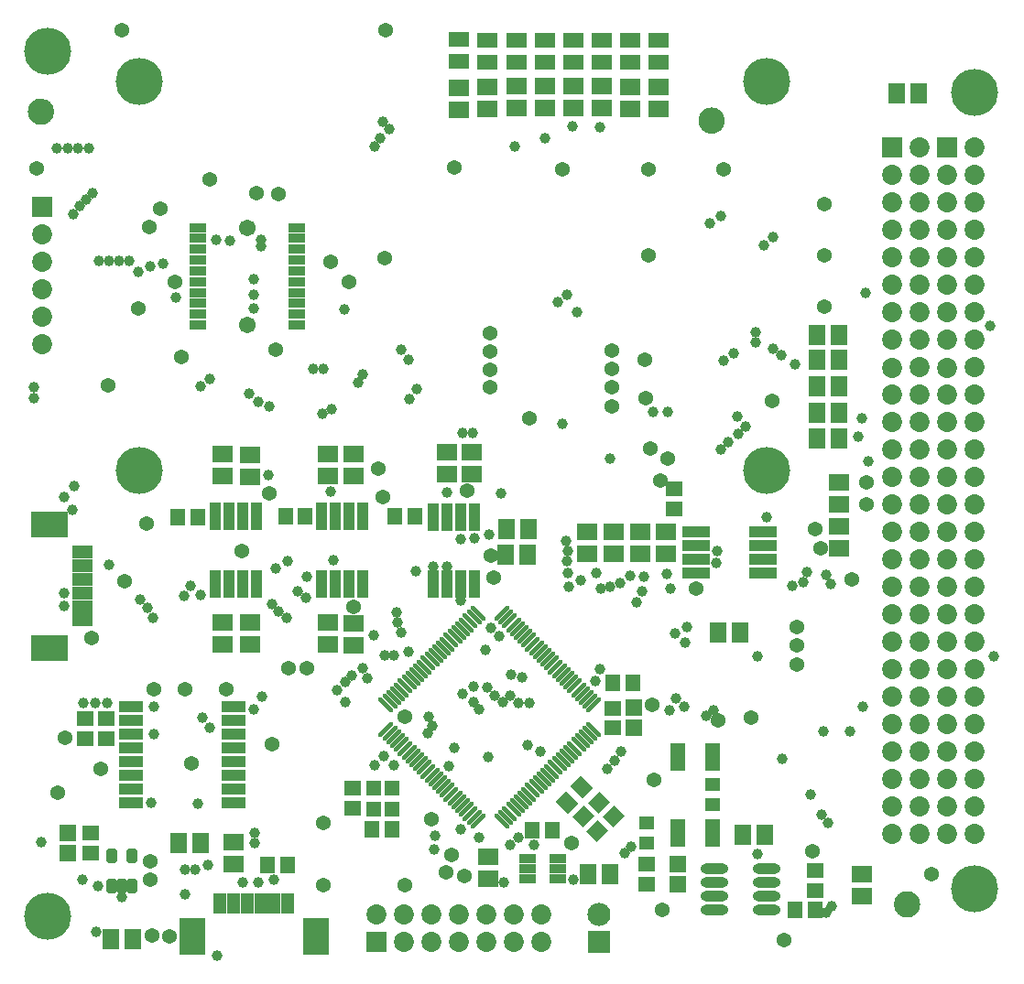
<source format=gts>
G04*
G04 #@! TF.GenerationSoftware,Altium Limited,Altium Designer,18.1.7 (191)*
G04*
G04 Layer_Color=8388736*
%FSLAX44Y44*%
%MOMM*%
G71*
G01*
G75*
%ADD10C,0.2540*%
%ADD47R,1.8796X1.5556*%
%ADD48C,1.1684*%
G04:AMPARAMS|DCode=49|XSize=0.4016mm|YSize=1.8516mm|CornerRadius=0mm|HoleSize=0mm|Usage=FLASHONLY|Rotation=135.000|XOffset=0mm|YOffset=0mm|HoleType=Round|Shape=Round|*
%AMOVALD49*
21,1,1.4500,0.4016,0.0000,0.0000,225.0*
1,1,0.4016,0.5127,0.5127*
1,1,0.4016,-0.5127,-0.5127*
%
%ADD49OVALD49*%

%ADD50R,1.5556X1.8796*%
%ADD51R,1.6156X0.9656*%
%ADD52R,1.5556X1.5556*%
%ADD53R,1.5556X1.4056*%
%ADD54R,1.4056X1.5556*%
%ADD55R,1.4556X2.5556*%
%ADD56R,1.4056X1.1556*%
%ADD57O,2.5556X0.9556*%
G04:AMPARAMS|DCode=58|XSize=1.3556mm|YSize=1.6556mm|CornerRadius=0mm|HoleSize=0mm|Usage=FLASHONLY|Rotation=45.000|XOffset=0mm|YOffset=0mm|HoleType=Round|Shape=Rectangle|*
%AMROTATEDRECTD58*
4,1,4,0.1061,-1.0646,-1.0646,0.1061,-0.1061,1.0646,1.0646,-0.1061,0.1061,-1.0646,0.0*
%
%ADD58ROTATEDRECTD58*%

%ADD59R,1.6256X0.8636*%
G04:AMPARAMS|DCode=60|XSize=1.4056mm|YSize=1.5556mm|CornerRadius=0mm|HoleSize=0mm|Usage=FLASHONLY|Rotation=135.000|XOffset=0mm|YOffset=0mm|HoleType=Round|Shape=Rectangle|*
%AMROTATEDRECTD60*
4,1,4,1.0469,0.0530,-0.0530,-1.0469,-1.0469,-0.0530,0.0530,1.0469,1.0469,0.0530,0.0*
%
%ADD60ROTATEDRECTD60*%

G04:AMPARAMS|DCode=61|XSize=0.9556mm|YSize=1.3556mm|CornerRadius=0.2288mm|HoleSize=0mm|Usage=FLASHONLY|Rotation=180.000|XOffset=0mm|YOffset=0mm|HoleType=Round|Shape=RoundedRectangle|*
%AMROUNDEDRECTD61*
21,1,0.9556,0.8980,0,0,180.0*
21,1,0.4980,1.3556,0,0,180.0*
1,1,0.4576,-0.2490,0.4490*
1,1,0.4576,0.2490,0.4490*
1,1,0.4576,0.2490,-0.4490*
1,1,0.4576,-0.2490,-0.4490*
%
%ADD61ROUNDEDRECTD61*%
%ADD62R,2.3556X3.3556*%
%ADD63R,1.1556X1.9556*%
%ADD64R,2.2806X1.0556*%
%ADD65R,1.0556X2.5556*%
G04:AMPARAMS|DCode=66|XSize=0.4016mm|YSize=1.8516mm|CornerRadius=0mm|HoleSize=0mm|Usage=FLASHONLY|Rotation=225.000|XOffset=0mm|YOffset=0mm|HoleType=Round|Shape=Round|*
%AMOVALD66*
21,1,1.4500,0.4016,0.0000,0.0000,315.0*
1,1,0.4016,-0.5127,0.5127*
1,1,0.4016,0.5127,-0.5127*
%
%ADD66OVALD66*%

%ADD67R,2.5556X1.0556*%
%ADD68R,1.8796X1.3716*%
%ADD69R,1.3556X1.3556*%
%ADD70R,1.9556X1.1556*%
%ADD71R,3.3556X2.3556*%
%ADD72C,1.3716*%
%ADD73R,1.8556X1.8556*%
%ADD74C,1.8556*%
%ADD75R,1.8556X1.8556*%
%ADD76C,1.5456*%
%ADD77R,2.1336X2.1336*%
%ADD78C,2.1336*%
%ADD79C,4.3556*%
%ADD80C,0.9906*%
G36*
X697124Y1604376D02*
X700172Y1612250D01*
X697124Y1620378D01*
X689250Y1623172D01*
X681884Y1620378D01*
X678328Y1612250D01*
X681376Y1604376D01*
X689250Y1601328D01*
X697124Y1604376D01*
D02*
G37*
G36*
X1482126Y871126D02*
X1490000Y868078D01*
X1498128Y871126D01*
X1500922Y879000D01*
X1498128Y886366D01*
X1490000Y889922D01*
X1482126Y886874D01*
X1479078Y879000D01*
X1482126Y871126D01*
D02*
G37*
G36*
X1301376Y1596126D02*
X1309250Y1593078D01*
X1317378Y1596126D01*
X1320172Y1604000D01*
X1317378Y1611366D01*
X1309250Y1614922D01*
X1301376Y1611874D01*
X1298328Y1604000D01*
X1301376Y1596126D01*
D02*
G37*
D10*
X1500925Y879000D02*
G03*
X1500925Y879000I-10925J0D01*
G01*
X700175Y1612250D02*
G03*
X700175Y1612250I-10925J0D01*
G01*
X1320175Y1604000D02*
G03*
X1320175Y1604000I-10925J0D01*
G01*
D47*
X1426971Y1208110D02*
D03*
Y1228430D02*
D03*
X882661Y1274240D02*
D03*
Y1294560D02*
D03*
X857261Y1274840D02*
D03*
Y1295160D02*
D03*
X954469Y1275140D02*
D03*
Y1295460D02*
D03*
X978564Y1275140D02*
D03*
Y1295460D02*
D03*
X1087169Y1277340D02*
D03*
Y1297660D02*
D03*
X1064469Y1277340D02*
D03*
Y1297660D02*
D03*
X1448000Y907160D02*
D03*
Y886840D02*
D03*
X1102750Y902840D02*
D03*
Y923160D02*
D03*
X867500Y916290D02*
D03*
Y936610D02*
D03*
X978564Y1138912D02*
D03*
Y1118592D02*
D03*
X954469Y1139910D02*
D03*
Y1119590D02*
D03*
X882661Y1139546D02*
D03*
Y1119226D02*
D03*
X857261Y1139546D02*
D03*
Y1119226D02*
D03*
X1267038Y1203090D02*
D03*
Y1223410D02*
D03*
X1243278Y1203090D02*
D03*
Y1223410D02*
D03*
X1218529Y1203090D02*
D03*
Y1223410D02*
D03*
X1193780Y1203090D02*
D03*
Y1223410D02*
D03*
X1426971Y1269430D02*
D03*
Y1249110D02*
D03*
X1260000Y1615105D02*
D03*
Y1635425D02*
D03*
X1233714Y1615105D02*
D03*
Y1635425D02*
D03*
X1207429Y1615315D02*
D03*
Y1635635D02*
D03*
X1181143Y1615315D02*
D03*
Y1635635D02*
D03*
X1154857Y1615315D02*
D03*
Y1635635D02*
D03*
X1128571Y1615315D02*
D03*
Y1635635D02*
D03*
X1102000Y1635216D02*
D03*
Y1614896D02*
D03*
X1075600Y1634385D02*
D03*
Y1614065D02*
D03*
D48*
X1490000Y879000D02*
D03*
X689250Y1612250D02*
D03*
X1309250Y1604000D02*
D03*
D49*
X1036614Y1012733D02*
D03*
X1040149Y1009197D02*
D03*
X1200309Y1063291D02*
D03*
X1196773Y1066826D02*
D03*
X1193238Y1070362D02*
D03*
X1189702Y1073897D02*
D03*
X1186167Y1077433D02*
D03*
X1182631Y1080969D02*
D03*
X1179096Y1084504D02*
D03*
X1175560Y1088040D02*
D03*
X1172025Y1091575D02*
D03*
X1168489Y1095111D02*
D03*
X1164954Y1098646D02*
D03*
X1161418Y1102182D02*
D03*
X1157883Y1105717D02*
D03*
X1154347Y1109253D02*
D03*
X1150811Y1112788D02*
D03*
X1147276Y1116324D02*
D03*
X1143740Y1119859D02*
D03*
X1140205Y1123395D02*
D03*
X1136669Y1126930D02*
D03*
X1133134Y1130466D02*
D03*
X1129598Y1134002D02*
D03*
X1126063Y1137537D02*
D03*
X1122527Y1141073D02*
D03*
X1118992Y1144608D02*
D03*
X1115456Y1148144D02*
D03*
X1008329Y1041017D02*
D03*
X1011865Y1037482D02*
D03*
X1015400Y1033946D02*
D03*
X1018936Y1030411D02*
D03*
X1022471Y1026875D02*
D03*
X1026007Y1023339D02*
D03*
X1029543Y1019804D02*
D03*
X1033078Y1016268D02*
D03*
X1043685Y1005662D02*
D03*
X1047220Y1002126D02*
D03*
X1050756Y998591D02*
D03*
X1054291Y995055D02*
D03*
X1057827Y991520D02*
D03*
X1061362Y987984D02*
D03*
X1064898Y984449D02*
D03*
X1068434Y980913D02*
D03*
X1071969Y977377D02*
D03*
X1075505Y973842D02*
D03*
X1079040Y970306D02*
D03*
X1082576Y966771D02*
D03*
X1086111Y963235D02*
D03*
X1089647Y959700D02*
D03*
X1093182Y956164D02*
D03*
D50*
X1500910Y1629000D02*
D03*
X1480590D02*
D03*
X1215160Y907050D02*
D03*
X1194840D02*
D03*
X753840Y847000D02*
D03*
X774160D02*
D03*
X816840Y935750D02*
D03*
X837160D02*
D03*
X1119552Y1225930D02*
D03*
X1139872D02*
D03*
X1119111Y1202430D02*
D03*
X1139431D02*
D03*
X1314834Y1130750D02*
D03*
X1335154D02*
D03*
X1427410Y1310000D02*
D03*
X1407090D02*
D03*
X1427160Y1333800D02*
D03*
X1406840D02*
D03*
X1427410Y1358000D02*
D03*
X1407090D02*
D03*
X1427410Y1383000D02*
D03*
X1407090D02*
D03*
X1427410Y1406000D02*
D03*
X1407090D02*
D03*
X1358160Y943000D02*
D03*
X1337840D02*
D03*
D51*
X925900Y1505000D02*
D03*
X834100D02*
D03*
X925900Y1495000D02*
D03*
X834100D02*
D03*
X925900Y1485000D02*
D03*
X834100D02*
D03*
X925900Y1475000D02*
D03*
X834100D02*
D03*
X925900Y1465000D02*
D03*
X834100D02*
D03*
X925900Y1455000D02*
D03*
X834100D02*
D03*
X925900Y1445000D02*
D03*
X834100D02*
D03*
X925900Y1435000D02*
D03*
X834100D02*
D03*
X925900Y1425000D02*
D03*
X834100D02*
D03*
X925900Y1415000D02*
D03*
X834100D02*
D03*
D52*
X1237000Y1042100D02*
D03*
Y1060700D02*
D03*
X1278000Y897700D02*
D03*
Y916300D02*
D03*
X714000Y926450D02*
D03*
Y945050D02*
D03*
D53*
X1218000Y1060560D02*
D03*
Y1042060D02*
D03*
X1405250Y891690D02*
D03*
Y910190D02*
D03*
X1249000Y916300D02*
D03*
Y897800D02*
D03*
X977500Y968000D02*
D03*
Y986500D02*
D03*
X735000Y945000D02*
D03*
Y926500D02*
D03*
X749750Y1032469D02*
D03*
Y1050969D02*
D03*
X730410Y1032469D02*
D03*
Y1050969D02*
D03*
X1275000Y1263250D02*
D03*
Y1244750D02*
D03*
D54*
X1217750Y1084000D02*
D03*
X1236250D02*
D03*
X1405250Y874000D02*
D03*
X1386750D02*
D03*
X1162250Y948000D02*
D03*
X1143750D02*
D03*
X995473Y948606D02*
D03*
X1013973D02*
D03*
X917250Y915840D02*
D03*
X898750D02*
D03*
X815750Y1237350D02*
D03*
X834250D02*
D03*
X915219Y1237800D02*
D03*
X933719D02*
D03*
X1016757D02*
D03*
X1035257D02*
D03*
D55*
X1278000Y1015000D02*
D03*
X1310000D02*
D03*
X1278000Y945000D02*
D03*
X1310000D02*
D03*
D56*
Y971663D02*
D03*
Y990163D02*
D03*
X1249000Y935750D02*
D03*
Y954250D02*
D03*
D57*
X1312000Y912050D02*
D03*
Y899350D02*
D03*
Y886650D02*
D03*
Y873950D02*
D03*
X1360000Y912050D02*
D03*
Y899350D02*
D03*
Y886650D02*
D03*
Y873950D02*
D03*
D58*
X1189458Y987262D02*
D03*
X1175316Y973120D02*
D03*
D59*
X1139347Y912050D02*
D03*
X1167347Y921550D02*
D03*
Y902550D02*
D03*
Y912050D02*
D03*
X1139347Y902550D02*
D03*
Y921550D02*
D03*
D60*
X1190542Y959921D02*
D03*
X1203623Y946840D02*
D03*
X1205233Y973157D02*
D03*
X1218314Y960075D02*
D03*
D61*
X754500Y923500D02*
D03*
X773500D02*
D03*
Y896000D02*
D03*
X764000D02*
D03*
X754500D02*
D03*
D62*
X943500Y849000D02*
D03*
X829000D02*
D03*
D63*
X867500Y880000D02*
D03*
X892500D02*
D03*
X917500D02*
D03*
X855000D02*
D03*
X880000D02*
D03*
X905000D02*
D03*
D64*
X867120Y1062180D02*
D03*
Y1049480D02*
D03*
Y1036780D02*
D03*
Y1024080D02*
D03*
Y1011380D02*
D03*
Y998680D02*
D03*
Y985980D02*
D03*
Y973280D02*
D03*
X772880D02*
D03*
Y985980D02*
D03*
Y998680D02*
D03*
Y1011380D02*
D03*
Y1024080D02*
D03*
Y1036780D02*
D03*
Y1049480D02*
D03*
Y1062180D02*
D03*
D65*
X949069Y1175600D02*
D03*
X961769D02*
D03*
X974469D02*
D03*
X987169D02*
D03*
X949069Y1237650D02*
D03*
X961769D02*
D03*
X974469D02*
D03*
X987169D02*
D03*
X850765Y1175550D02*
D03*
X863465D02*
D03*
X876165D02*
D03*
X888865D02*
D03*
X850765Y1237600D02*
D03*
X863465D02*
D03*
X876165D02*
D03*
X888865D02*
D03*
X1051769Y1175300D02*
D03*
X1064469D02*
D03*
X1077169D02*
D03*
X1089869D02*
D03*
X1051769Y1237350D02*
D03*
X1064469D02*
D03*
X1077169D02*
D03*
X1089869D02*
D03*
D66*
X1115456Y956164D02*
D03*
X1118992Y959700D02*
D03*
X1122527Y963235D02*
D03*
X1126063Y966771D02*
D03*
X1129598Y970306D02*
D03*
X1133134Y973842D02*
D03*
X1136669Y977377D02*
D03*
X1140205Y980913D02*
D03*
X1143740Y984448D02*
D03*
X1147276Y987984D02*
D03*
X1150811Y991520D02*
D03*
X1154347Y995055D02*
D03*
X1157883Y998591D02*
D03*
X1161418Y1002126D02*
D03*
X1164954Y1005662D02*
D03*
X1168489Y1009197D02*
D03*
X1172025Y1012733D02*
D03*
X1175560Y1016268D02*
D03*
X1179096Y1019804D02*
D03*
X1182631Y1023339D02*
D03*
X1186167Y1026875D02*
D03*
X1189702Y1030411D02*
D03*
X1193238Y1033946D02*
D03*
X1196773Y1037482D02*
D03*
X1200309Y1041017D02*
D03*
X1093182Y1148144D02*
D03*
X1089647Y1144608D02*
D03*
X1086111Y1141073D02*
D03*
X1082576Y1137537D02*
D03*
X1079040Y1134002D02*
D03*
X1075505Y1130466D02*
D03*
X1071969Y1126930D02*
D03*
X1068434Y1123395D02*
D03*
X1064898Y1119859D02*
D03*
X1061362Y1116324D02*
D03*
X1057827Y1112788D02*
D03*
X1054291Y1109253D02*
D03*
X1050756Y1105717D02*
D03*
X1047220Y1102182D02*
D03*
X1043685Y1098646D02*
D03*
X1040149Y1095111D02*
D03*
X1036614Y1091575D02*
D03*
X1033078Y1088040D02*
D03*
X1029543Y1084504D02*
D03*
X1026007Y1080969D02*
D03*
X1022471Y1077433D02*
D03*
X1018936Y1073897D02*
D03*
X1015400Y1070362D02*
D03*
X1011865Y1066826D02*
D03*
X1008329Y1063291D02*
D03*
D67*
X1294538Y1223450D02*
D03*
Y1210750D02*
D03*
Y1198050D02*
D03*
Y1185350D02*
D03*
X1356588Y1223450D02*
D03*
Y1210750D02*
D03*
Y1198050D02*
D03*
Y1185350D02*
D03*
D68*
X1233714Y1678570D02*
D03*
Y1658250D02*
D03*
X1260000Y1678570D02*
D03*
Y1658250D02*
D03*
X1207429Y1678570D02*
D03*
Y1658250D02*
D03*
X1181143Y1678570D02*
D03*
Y1658250D02*
D03*
X1154857Y1678570D02*
D03*
Y1658250D02*
D03*
X1128571Y1678570D02*
D03*
Y1658250D02*
D03*
X1102000Y1678626D02*
D03*
Y1658306D02*
D03*
X1075600Y1678820D02*
D03*
Y1658500D02*
D03*
D69*
X1014000Y966750D02*
D03*
X996500Y986750D02*
D03*
X1014000Y986750D02*
D03*
X997000Y966750D02*
D03*
D70*
X727880Y1154600D02*
D03*
Y1179600D02*
D03*
Y1204600D02*
D03*
Y1142100D02*
D03*
Y1167100D02*
D03*
Y1192100D02*
D03*
D71*
X696880Y1230600D02*
D03*
Y1116100D02*
D03*
D72*
X1409750Y1208500D02*
D03*
X1405364Y1226525D02*
D03*
X1050068Y958000D02*
D03*
X1069000Y925000D02*
D03*
X1063750Y908250D02*
D03*
X1080750Y905500D02*
D03*
X1179750Y935500D02*
D03*
X1376000Y845852D02*
D03*
X1263750Y874250D02*
D03*
X1402270Y927920D02*
D03*
X1388000Y1100500D02*
D03*
X1315500Y1049000D02*
D03*
X1346000Y1052000D02*
D03*
X1387923Y1118592D02*
D03*
Y1135500D02*
D03*
X1438500Y1179250D02*
D03*
X1452250Y1249110D02*
D03*
Y1269430D02*
D03*
X1252250Y1300500D02*
D03*
X1269000Y1291000D02*
D03*
X1248000Y1347500D02*
D03*
X1247750Y1383000D02*
D03*
X1216750Y1391500D02*
D03*
X1217000Y1374500D02*
D03*
Y1357500D02*
D03*
X1216750Y1340000D02*
D03*
X779250Y1430500D02*
D03*
X978564Y1154250D02*
D03*
X934750Y1097750D02*
D03*
X860500Y1078250D02*
D03*
X822500D02*
D03*
X794000D02*
D03*
X918000Y1097227D02*
D03*
X744230Y1004500D02*
D03*
X790000Y918500D02*
D03*
X790250Y901500D02*
D03*
X808500Y849750D02*
D03*
X791750Y850000D02*
D03*
X1107611Y1181058D02*
D03*
X1105500Y1202000D02*
D03*
X1104750Y1407704D02*
D03*
X1104500Y1390500D02*
D03*
X1104351Y1373350D02*
D03*
X1104500Y1357000D02*
D03*
X813500Y1455000D02*
D03*
X957250Y1473250D02*
D03*
X973750Y1455000D02*
D03*
X909000Y1536250D02*
D03*
X888250Y1536750D02*
D03*
X799500Y1522250D02*
D03*
X789500Y1505750D02*
D03*
X1083250Y1261750D02*
D03*
X1005000Y1256175D02*
D03*
X1000750Y1282000D02*
D03*
X900250Y1259250D02*
D03*
X1262000Y1271375D02*
D03*
X766500Y1178250D02*
D03*
X711250Y1033000D02*
D03*
X950020Y954250D02*
D03*
X1413750Y1527000D02*
D03*
X1254000Y1063179D02*
D03*
X1025368Y1052360D02*
D03*
X1413750Y1431732D02*
D03*
X1365538Y1344500D02*
D03*
X1294538Y1171500D02*
D03*
X903295Y1027089D02*
D03*
X751000Y1359500D02*
D03*
X705176Y982250D02*
D03*
X736000Y1125500D02*
D03*
X950700Y897000D02*
D03*
X1512500Y906750D02*
D03*
X828750Y1009250D02*
D03*
X874750Y1205750D02*
D03*
X819250Y1385435D02*
D03*
X1320750Y1559250D02*
D03*
X1171000D02*
D03*
X845431Y1550000D02*
D03*
X685250Y1560000D02*
D03*
X1071250Y1560250D02*
D03*
X1250750Y1559250D02*
D03*
X906730Y1392026D02*
D03*
X786750Y1231250D02*
D03*
X1255750Y994250D02*
D03*
X1413750Y1479000D02*
D03*
X1250750D02*
D03*
X764250Y1687500D02*
D03*
X1007794D02*
D03*
X1007206Y1476500D02*
D03*
X1140750Y1328500D02*
D03*
X1026000Y897000D02*
D03*
D73*
X690000Y1524550D02*
D03*
X1526950Y1578800D02*
D03*
X1476200D02*
D03*
D74*
X690000Y1499150D02*
D03*
Y1473750D02*
D03*
Y1448350D02*
D03*
Y1422950D02*
D03*
Y1397550D02*
D03*
X1151800Y870000D02*
D03*
Y844600D02*
D03*
X1126400Y870000D02*
D03*
Y844600D02*
D03*
X1101000Y870000D02*
D03*
Y844600D02*
D03*
X1075600Y870000D02*
D03*
Y844600D02*
D03*
X1050200Y870000D02*
D03*
Y844600D02*
D03*
X1024800Y870000D02*
D03*
Y844600D02*
D03*
X999400Y870000D02*
D03*
X1476200Y1248600D02*
D03*
X1501600D02*
D03*
X1552400Y969200D02*
D03*
X1527000D02*
D03*
X1552400Y994600D02*
D03*
X1527000D02*
D03*
X1552400Y1020000D02*
D03*
X1527000D02*
D03*
X1552400Y1045400D02*
D03*
X1527000D02*
D03*
X1552400Y1070800D02*
D03*
X1527000D02*
D03*
X1552400Y1096200D02*
D03*
X1527000D02*
D03*
X1552400Y1121600D02*
D03*
X1527000D02*
D03*
X1552400Y1147000D02*
D03*
X1527000D02*
D03*
X1552400Y1172400D02*
D03*
X1527000D02*
D03*
X1552400Y1197800D02*
D03*
X1527000D02*
D03*
X1552400Y1223200D02*
D03*
X1527000D02*
D03*
X1552400Y1248600D02*
D03*
X1527000D02*
D03*
X1552400Y1274000D02*
D03*
X1527000D02*
D03*
X1552400Y1299400D02*
D03*
X1527000D02*
D03*
X1552400Y1324800D02*
D03*
X1527000D02*
D03*
X1552400Y1350200D02*
D03*
X1527000D02*
D03*
X1552400Y1375600D02*
D03*
X1527000Y1375350D02*
D03*
X1552400Y1401000D02*
D03*
X1527000D02*
D03*
X1552400Y1426400D02*
D03*
X1527000D02*
D03*
X1552400Y1451800D02*
D03*
X1526950D02*
D03*
X1552400Y1477200D02*
D03*
X1526950D02*
D03*
X1552400Y1502600D02*
D03*
X1527000D02*
D03*
X1552400Y1528000D02*
D03*
X1527000D02*
D03*
X1552400Y1553400D02*
D03*
X1527000D02*
D03*
X1552400Y1578800D02*
D03*
X1527000Y943800D02*
D03*
X1552400D02*
D03*
X1501600D02*
D03*
X1476200D02*
D03*
X1501600Y1578800D02*
D03*
X1476200Y1553400D02*
D03*
X1501600D02*
D03*
X1476200Y1528000D02*
D03*
X1501600D02*
D03*
X1476200Y1502600D02*
D03*
X1501600D02*
D03*
X1476200Y1477200D02*
D03*
X1501600D02*
D03*
X1476200Y1451800D02*
D03*
X1501600D02*
D03*
X1476200Y1426400D02*
D03*
X1501600D02*
D03*
X1476200Y1401000D02*
D03*
X1501600D02*
D03*
X1476200Y1375350D02*
D03*
X1501600Y1375600D02*
D03*
X1476200Y1350200D02*
D03*
X1501600D02*
D03*
X1476200Y1324800D02*
D03*
X1501600D02*
D03*
X1476200Y1299400D02*
D03*
X1501600D02*
D03*
X1476200Y1274000D02*
D03*
X1501600D02*
D03*
X1476200Y1223200D02*
D03*
X1501600D02*
D03*
X1476200Y1197800D02*
D03*
X1501600D02*
D03*
X1476200Y1172400D02*
D03*
X1501600D02*
D03*
X1476200Y1147000D02*
D03*
X1501600D02*
D03*
X1476200Y1121600D02*
D03*
X1501600D02*
D03*
X1476200Y1096200D02*
D03*
X1501600D02*
D03*
X1476200Y1070800D02*
D03*
X1501600D02*
D03*
X1476200Y1045400D02*
D03*
X1501600D02*
D03*
X1476200Y1020000D02*
D03*
X1501600D02*
D03*
X1476200Y994600D02*
D03*
X1501600D02*
D03*
X1476200Y969200D02*
D03*
X1501600D02*
D03*
D75*
X999400Y844600D02*
D03*
D76*
X880000Y1505000D02*
D03*
Y1415000D02*
D03*
D77*
X1205000Y844300D02*
D03*
D78*
Y869700D02*
D03*
D79*
X1360000Y1280000D02*
D03*
Y1640000D02*
D03*
X780000Y1280000D02*
D03*
Y1640000D02*
D03*
X695790Y1668380D02*
D03*
X1552448Y1629918D02*
D03*
X695790Y868130D02*
D03*
X1552540Y893130D02*
D03*
D80*
X1269000Y1334500D02*
D03*
X1215000Y1291750D02*
D03*
X1255311Y1334315D02*
D03*
X1394000Y1177000D02*
D03*
X719547Y1517750D02*
D03*
X740000Y853250D02*
D03*
X682750Y1357750D02*
D03*
X725250Y1525250D02*
D03*
X730750Y1531250D02*
D03*
X737036Y1536575D02*
D03*
X723732Y1578000D02*
D03*
X733750D02*
D03*
X703697D02*
D03*
X713714D02*
D03*
X742500Y1474500D02*
D03*
X761333D02*
D03*
X751917D02*
D03*
X770750D02*
D03*
X682750Y1347500D02*
D03*
X718250Y1244250D02*
D03*
X711035Y1255561D02*
D03*
X720250Y1266000D02*
D03*
X711000Y1167250D02*
D03*
Y1154750D02*
D03*
X1415387Y871750D02*
D03*
X822750Y888318D02*
D03*
X1117000Y899500D02*
D03*
X834000Y972000D02*
D03*
X764000Y885613D02*
D03*
X1022000Y1392500D02*
D03*
X986820Y1369037D02*
D03*
X982548Y1361566D02*
D03*
X1029300Y1382818D02*
D03*
X1351500Y1108500D02*
D03*
X1449000Y1062000D02*
D03*
X851792Y832000D02*
D03*
X1015300Y1007549D02*
D03*
X997549D02*
D03*
X1006500Y1016500D02*
D03*
X1015300Y1109554D02*
D03*
X1022636Y1130250D02*
D03*
X1077169Y1159921D02*
D03*
X1202250Y1185500D02*
D03*
X1141250Y1065000D02*
D03*
X1133750Y1089095D02*
D03*
X1124043Y1091395D02*
D03*
X1029783Y1346500D02*
D03*
X689250Y936610D02*
D03*
X752500Y1192750D02*
D03*
X1570500Y1108750D02*
D03*
X1567000Y1414000D02*
D03*
X1341000Y1321000D02*
D03*
X1334250Y1314000D02*
D03*
X970250Y1066500D02*
D03*
X844000Y915130D02*
D03*
X742000Y896000D02*
D03*
X1270000Y1058750D02*
D03*
X1276500Y1069500D02*
D03*
X1285000Y1120750D02*
D03*
X1284000Y1062250D02*
D03*
X1286500Y1135500D02*
D03*
X1275500Y1129250D02*
D03*
X1271250Y1171500D02*
D03*
X827250Y1173500D02*
D03*
X1351500Y925500D02*
D03*
X1180702Y1598750D02*
D03*
X1011500Y1596182D02*
D03*
X1002500Y1587500D02*
D03*
X997500Y1579750D02*
D03*
X1127500D02*
D03*
X1005548Y1603202D02*
D03*
X1206250Y1597750D02*
D03*
X1066750Y1007250D02*
D03*
X1077000Y948445D02*
D03*
X1094250Y940750D02*
D03*
X1053250Y942750D02*
D03*
X1052750Y929750D02*
D03*
X1139500Y1026750D02*
D03*
X1150840Y1020750D02*
D03*
X1103000Y1015750D02*
D03*
X1071265Y1023967D02*
D03*
X813750Y1440250D02*
D03*
X802289Y1471822D02*
D03*
X779250Y1464000D02*
D03*
X1077169Y1217250D02*
D03*
X1114250Y1258750D02*
D03*
X899750Y1275750D02*
D03*
X917000Y1196250D02*
D03*
X1167000Y1436500D02*
D03*
X1175500Y1443250D02*
D03*
X1184750Y1426750D02*
D03*
X1453750Y1289000D02*
D03*
X1311250Y1058750D02*
D03*
X1304500Y1053250D02*
D03*
X893500Y1070810D02*
D03*
X845000Y1042060D02*
D03*
X838500Y1051400D02*
D03*
X1397000Y1186500D02*
D03*
X1225750Y1020250D02*
D03*
X1219242Y1012000D02*
D03*
X1212500Y1004000D02*
D03*
X1374840Y1014000D02*
D03*
X1007049Y1109554D02*
D03*
X1206809Y1171057D02*
D03*
X1215000Y1172400D02*
D03*
X1224560Y1176057D02*
D03*
X1112500Y1126930D02*
D03*
X1100000Y1114083D02*
D03*
X1018750Y1139697D02*
D03*
X997000Y1128000D02*
D03*
X1035750Y1187000D02*
D03*
X1064469Y1191390D02*
D03*
X832000Y911000D02*
D03*
X890000Y899500D02*
D03*
X1051500Y1044500D02*
D03*
X1079053Y1073802D02*
D03*
X1089000Y1080500D02*
D03*
X1437250Y1039250D02*
D03*
X1415387Y1184000D02*
D03*
X1240034Y1158500D02*
D03*
X1246750Y1182000D02*
D03*
X1177500Y1173000D02*
D03*
X1175000Y1215000D02*
D03*
X1175731Y1196930D02*
D03*
X1176282Y1185750D02*
D03*
X916500Y1144250D02*
D03*
X909000Y1149590D02*
D03*
X958000Y1337250D02*
D03*
X949796Y1333065D02*
D03*
X1451500Y1444625D02*
D03*
X1373701Y1386750D02*
D03*
X1048000Y1052750D02*
D03*
X1046500Y1037000D02*
D03*
X1029500Y1112863D02*
D03*
X1017750Y1149250D02*
D03*
X990750Y1088250D02*
D03*
X976548Y1090803D02*
D03*
X970500Y1084500D02*
D03*
X963250Y1077160D02*
D03*
X986500Y1097750D02*
D03*
X1314000Y1206000D02*
D03*
X1313750Y1194750D02*
D03*
X1329250Y1388500D02*
D03*
X1320750Y1381750D02*
D03*
X1317432Y1300000D02*
D03*
X1448065Y1329000D02*
D03*
X1366000Y1496500D02*
D03*
X1357500Y1488250D02*
D03*
X1318107Y1515750D02*
D03*
X1307750Y1509000D02*
D03*
X1155250Y1587500D02*
D03*
X727750Y902000D02*
D03*
X822500Y911000D02*
D03*
X1384000Y1174000D02*
D03*
X1419000Y1175048D02*
D03*
X1360000Y1236960D02*
D03*
X1171000Y1323750D02*
D03*
X1104000Y1221326D02*
D03*
X790000Y1469000D02*
D03*
X739443Y1065250D02*
D03*
X791030Y973280D02*
D03*
X788000Y1153000D02*
D03*
X781000Y1161000D02*
D03*
X792998Y1143998D02*
D03*
X903045Y1157000D02*
D03*
X822000Y1164000D02*
D03*
X934000Y1163000D02*
D03*
X927000Y1169000D02*
D03*
X935000Y1182000D02*
D03*
X906000Y1190000D02*
D03*
X837000Y1165000D02*
D03*
X1445000Y1312000D02*
D03*
X1205768Y1096200D02*
D03*
X1268000Y1185000D02*
D03*
X1234000Y1183000D02*
D03*
X1188278Y1178540D02*
D03*
X1386000Y1378500D02*
D03*
X1365952Y1392952D02*
D03*
X1413000Y1039000D02*
D03*
X1350000Y1408000D02*
D03*
Y1399000D02*
D03*
X1176000Y1206000D02*
D03*
X1401000Y981000D02*
D03*
X1109000Y1072000D02*
D03*
X1102000Y1080000D02*
D03*
X1093998Y1058998D02*
D03*
X1115998Y1065998D02*
D03*
X1130700Y1065439D02*
D03*
X1123000Y1072178D02*
D03*
X1324700Y1307000D02*
D03*
X1333000Y1330000D02*
D03*
X1245250Y1169000D02*
D03*
X1037042Y1355750D02*
D03*
X959525Y1197500D02*
D03*
X957500Y1260669D02*
D03*
X1105000Y1135000D02*
D03*
X1064469Y1260000D02*
D03*
X900000Y1339390D02*
D03*
X890000Y1344000D02*
D03*
X882000Y1351821D02*
D03*
X837160Y1358587D02*
D03*
X1089869Y1217500D02*
D03*
X1078750Y1315250D02*
D03*
X1088250D02*
D03*
X845329Y1365402D02*
D03*
X1051769Y1191390D02*
D03*
X893000Y1488000D02*
D03*
Y1494000D02*
D03*
X970000Y1429564D02*
D03*
X950020Y1374660D02*
D03*
X941270D02*
D03*
X864000Y1493000D02*
D03*
X851000Y1494000D02*
D03*
X886000Y1457000D02*
D03*
Y1443000D02*
D03*
Y1430000D02*
D03*
X1202000Y1086000D02*
D03*
X1089000Y1066000D02*
D03*
X1130520Y940844D02*
D03*
X1123260Y934114D02*
D03*
X1145000Y933718D02*
D03*
X1420250Y877250D02*
D03*
X1411000Y962104D02*
D03*
X1417250Y954333D02*
D03*
X876165Y899000D02*
D03*
X905000Y901500D02*
D03*
X887090Y944930D02*
D03*
X885903Y1058969D02*
D03*
X794000Y1062180D02*
D03*
Y1036780D02*
D03*
X728250Y1065250D02*
D03*
X750635D02*
D03*
X1228500Y926290D02*
D03*
X1234500Y932750D02*
D03*
X887240Y935880D02*
D03*
X1181250Y902250D02*
D03*
M02*

</source>
